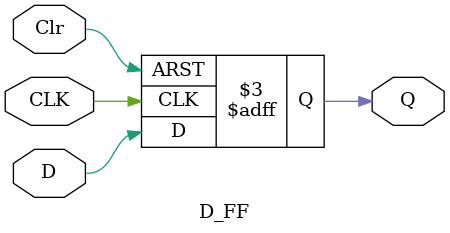
<source format=v>
`timescale 1ns / 1ps
module D_FF(Q, D, CLK, Clr);
	 output Q;
	 input D, CLK, Clr;
	 reg Q;
  
    always @(posedge CLK, negedge Clr)
        if (~Clr) Q <= 1'b0; else Q <= D;
endmodule

</source>
